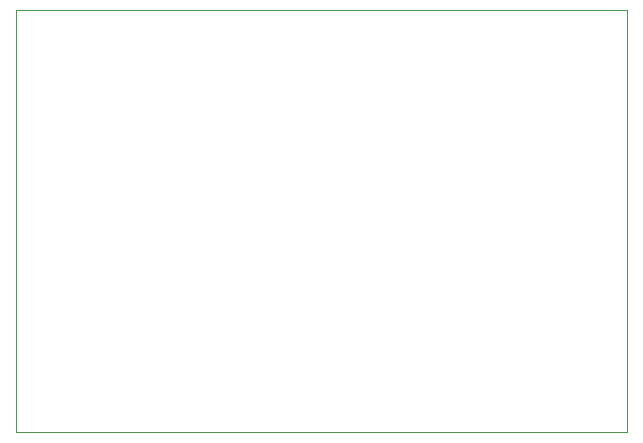
<source format=gbr>
%TF.GenerationSoftware,KiCad,Pcbnew,9.0.3*%
%TF.CreationDate,2025-07-23T14:40:10+05:30*%
%TF.ProjectId,buck_converter,6275636b-5f63-46f6-9e76-65727465722e,rev?*%
%TF.SameCoordinates,Original*%
%TF.FileFunction,Profile,NP*%
%FSLAX46Y46*%
G04 Gerber Fmt 4.6, Leading zero omitted, Abs format (unit mm)*
G04 Created by KiCad (PCBNEW 9.0.3) date 2025-07-23 14:40:10*
%MOMM*%
%LPD*%
G01*
G04 APERTURE LIST*
%TA.AperFunction,Profile*%
%ADD10C,0.050000*%
%TD*%
G04 APERTURE END LIST*
D10*
X82500000Y-64600000D02*
X134300000Y-64600000D01*
X134300000Y-100300000D01*
X82500000Y-100300000D01*
X82500000Y-64600000D01*
M02*

</source>
